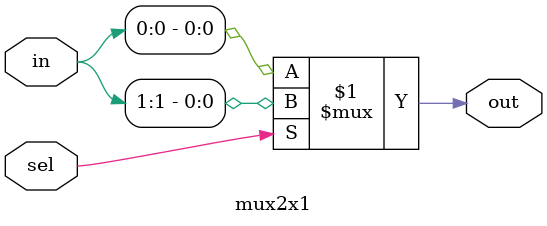
<source format=v>
/****************************************************
Developer    : Devang vekariya
Module       : mux 2:1 using conditional operator 
Institute    : NIT Kurukshetra
Date created : 06/10/2023
********************************************************/

module mux2x1(in,sel,out);
  
  // defined input and output 
  input [1:0] in;
  input sel;
  output out;
  
         // if sel = 0 it it gives input is first bit output
         // otherwise it will give input second bit 
         
         assign out = sel  ?  in[1] : in[0] ; 
         
         endmodule 

</source>
